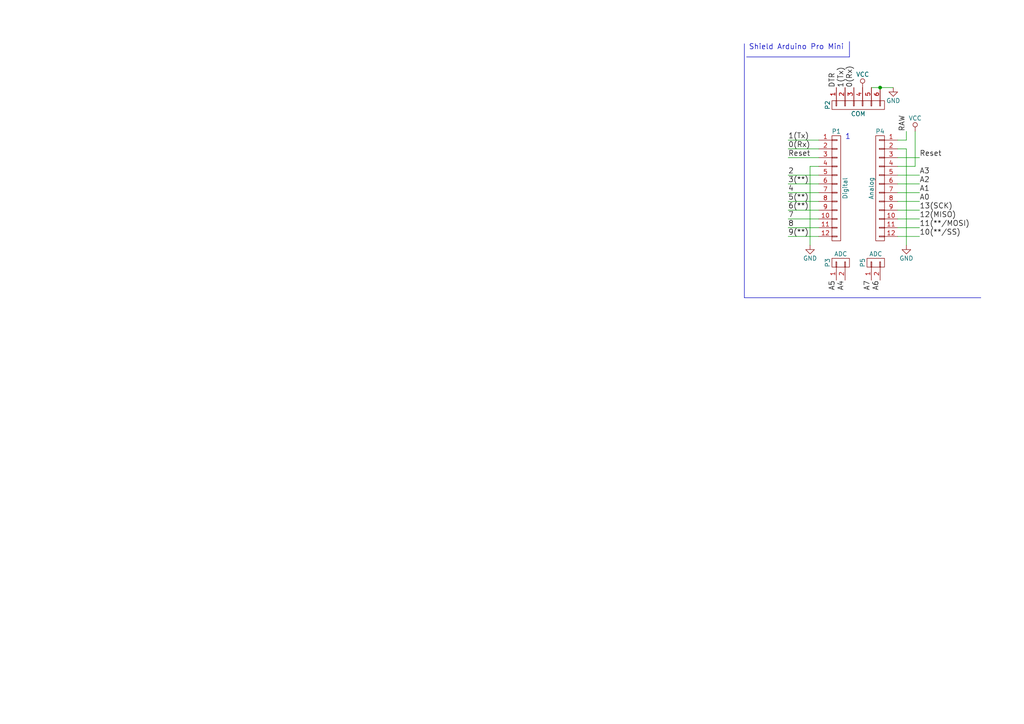
<source format=kicad_sch>
(kicad_sch (version 20230121) (generator eeschema)
  (paper "A4")
  (title_block (date "sam. 04 avril 2015"))
  (lib_symbols
    (symbol "Arduino_Pro_Mini-rescue:CONN_01X02" (pin_names (offset 1.016) hide)
      (property "Reference" "P" (at 0 3.81 0))
      (property "Value" "CONN_01X02" (at 2.54 0 90))
      (symbol "CONN_01X02_0_1"
        (rectangle (start -1.27 -1.143) (end 0.254 -1.397))
        (rectangle (start -1.27 1.397) (end 0.254 1.143))
        (rectangle (start -1.27 2.54) (end 1.27 -2.54))
      )
      (symbol "CONN_01X02_1_1"
        (pin passive line (at -5.08 1.27 0) (length 3.81) (name "P1") (number "1"))
        (pin passive line (at -5.08 -1.27 0) (length 3.81) (name "P2") (number "2"))
      )
    )
    (symbol "Arduino_Pro_Mini-rescue:CONN_01X06" (pin_names (offset 1.016) hide)
      (property "Reference" "P" (at 0 8.89 0))
      (property "Value" "CONN_01X06" (at 2.54 0 90))
      (symbol "CONN_01X06_0_1"
        (rectangle (start -1.27 -6.223) (end 0.254 -6.477))
        (rectangle (start -1.27 -3.683) (end 0.254 -3.937))
        (rectangle (start -1.27 -1.143) (end 0.254 -1.397))
        (rectangle (start -1.27 1.397) (end 0.254 1.143))
        (rectangle (start -1.27 3.937) (end 0.254 3.683))
        (rectangle (start -1.27 6.477) (end 0.254 6.223))
        (rectangle (start -1.27 7.62) (end 1.27 -7.62))
      )
      (symbol "CONN_01X06_1_1"
        (pin passive line (at -5.08 6.35 0) (length 3.81) (name "P1") (number "1"))
        (pin passive line (at -5.08 3.81 0) (length 3.81) (name "P2") (number "2"))
        (pin passive line (at -5.08 1.27 0) (length 3.81) (name "P3") (number "3"))
        (pin passive line (at -5.08 -1.27 0) (length 3.81) (name "P4") (number "4"))
        (pin passive line (at -5.08 -3.81 0) (length 3.81) (name "P5") (number "5"))
        (pin passive line (at -5.08 -6.35 0) (length 3.81) (name "P6") (number "6"))
      )
    )
    (symbol "Arduino_Pro_Mini-rescue:CONN_01X12" (pin_names (offset 1.016) hide)
      (property "Reference" "P" (at 0 16.51 0))
      (property "Value" "CONN_01X12" (at 2.54 0 90))
      (symbol "CONN_01X12_0_1"
        (rectangle (start -1.27 -15.24) (end 1.27 15.24))
        (rectangle (start -1.27 -13.843) (end 0.254 -14.097))
        (rectangle (start -1.27 -11.303) (end 0.254 -11.557))
        (rectangle (start -1.27 -8.763) (end 0.254 -9.017))
        (rectangle (start -1.27 -6.223) (end 0.254 -6.477))
        (rectangle (start -1.27 -3.683) (end 0.254 -3.937))
        (rectangle (start -1.27 -1.143) (end 0.254 -1.397))
        (rectangle (start -1.27 1.397) (end 0.254 1.143))
        (rectangle (start -1.27 3.937) (end 0.254 3.683))
        (rectangle (start -1.27 6.477) (end 0.254 6.223))
        (rectangle (start -1.27 9.017) (end 0.254 8.763))
        (rectangle (start -1.27 11.557) (end 0.254 11.303))
        (rectangle (start -1.27 14.097) (end 0.254 13.843))
      )
      (symbol "CONN_01X12_1_1"
        (pin passive line (at -5.08 13.97 0) (length 3.81) (name "P1") (number "1"))
        (pin passive line (at -5.08 -8.89 0) (length 3.81) (name "P10") (number "10"))
        (pin passive line (at -5.08 -11.43 0) (length 3.81) (name "P11") (number "11"))
        (pin passive line (at -5.08 -13.97 0) (length 3.81) (name "P12") (number "12"))
        (pin passive line (at -5.08 11.43 0) (length 3.81) (name "P2") (number "2"))
        (pin passive line (at -5.08 8.89 0) (length 3.81) (name "P3") (number "3"))
        (pin passive line (at -5.08 6.35 0) (length 3.81) (name "P4") (number "4"))
        (pin passive line (at -5.08 3.81 0) (length 3.81) (name "P5") (number "5"))
        (pin passive line (at -5.08 1.27 0) (length 3.81) (name "P6") (number "6"))
        (pin passive line (at -5.08 -1.27 0) (length 3.81) (name "P7") (number "7"))
        (pin passive line (at -5.08 -3.81 0) (length 3.81) (name "P8") (number "8"))
        (pin passive line (at -5.08 -6.35 0) (length 3.81) (name "P9") (number "9"))
      )
    )
    (symbol "Arduino_Pro_Mini-rescue:GND" (power) (pin_names (offset 0))
      (property "Value" "GND" (at 0 -3.81 0))
      (symbol "GND_0_1"
        (polyline (pts (xy 0 0) (xy 0 -1.27) (xy 1.27 -1.27) (xy 0 -2.54) (xy -1.27 -1.27) (xy 0 -1.27)))
      )
      (symbol "GND_1_1"
        (pin power_in line (at 0 0 270) (length 0) hide (name "GND") (number "1"))
      )
    )
    (symbol "Arduino_Pro_Mini-rescue:VCC" (power) (pin_names (offset 0))
      (property "Value" "VCC" (at 0 3.81 0))
      (symbol "VCC_0_1"
        (polyline (pts (xy 0 0) (xy 0 1.27)))
        (circle (center 0 1.905) (radius 0.635))
      )
      (symbol "VCC_1_1"
        (pin power_in line (at 0 0 90) (length 0) hide (name "VCC") (number "1"))
      )
    )
  )
  (junction (at 255.27 25.4))
  (wire (pts (xy 262.89 43.18) (xy 262.89 71.12)))
  (wire (pts (xy 262.89 40.64) (xy 260.35 40.64)))
  (wire (pts (xy 260.35 53.34) (xy 266.7 53.34)))
  (wire (pts (xy 266.7 60.96) (xy 260.35 60.96)))
  (wire (pts (xy 262.89 38.1) (xy 262.89 40.64)))
  (wire (pts (xy 266.7 50.8) (xy 260.35 50.8)))
  (wire (pts (xy 260.35 45.72) (xy 266.7 45.72)))
  (wire (pts (xy 260.35 48.26) (xy 265.43 48.26)))
  (wire (pts (xy 266.7 55.88) (xy 260.35 55.88)))
  (wire (pts (xy 252.73 25.4) (xy 255.27 25.4)))
  (wire (pts (xy 265.43 48.26) (xy 265.43 38.1)))
  (wire (pts (xy 237.49 45.72) (xy 228.6 45.72)))
  (wire (pts (xy 255.27 25.4) (xy 259.08 25.4)))
  (wire (pts (xy 260.35 68.58) (xy 266.7 68.58)))
  (wire (pts (xy 228.6 50.8) (xy 237.49 50.8)))
  (wire (pts (xy 228.6 58.42) (xy 237.49 58.42)))
  (wire (pts (xy 237.49 53.34) (xy 228.6 53.34)))
  (wire (pts (xy 237.49 68.58) (xy 228.6 68.58)))
  (polyline (pts (xy 215.9 86.36) (xy 215.9 12.7)))
  (polyline (pts (xy 216.535 16.51) (xy 246.38 16.51)))
  (wire (pts (xy 237.49 66.04) (xy 228.6 66.04)))
  (wire (pts (xy 237.49 48.26) (xy 234.95 48.26)))
  (wire (pts (xy 260.35 63.5) (xy 266.7 63.5)))
  (polyline (pts (xy 284.48 86.36) (xy 215.9 86.36)))
  (wire (pts (xy 237.49 60.96) (xy 228.6 60.96)))
  (wire (pts (xy 237.49 40.64) (xy 228.6 40.64)))
  (wire (pts (xy 228.6 63.5) (xy 237.49 63.5)))
  (wire (pts (xy 260.35 58.42) (xy 266.7 58.42)))
  (wire (pts (xy 237.49 55.88) (xy 228.6 55.88)))
  (polyline (pts (xy 246.38 16.51) (xy 246.38 12.065)))
  (wire (pts (xy 260.35 43.18) (xy 262.89 43.18)))
  (wire (pts (xy 234.95 48.26) (xy 234.95 71.12)))
  (wire (pts (xy 266.7 66.04) (xy 260.35 66.04)))
  (wire (pts (xy 228.6 43.18) (xy 237.49 43.18)))
  (text "1" (at 245.11 40.64 0) (effects (font (size 1.524 1.524)) (justify left bottom)))
  (text "Shield Arduino Pro Mini \n" (at 217.17 14.605 0) (effects (font (size 1.524 1.524)) (justify left bottom)))
  (label "Reset" (at 266.7 45.72 0) (effects (font (size 1.524 1.524))))
  (label "11(**/MOSI)" (at 266.7 66.04 0) (effects (font (size 1.524 1.524))))
  (label "A7" (at 252.73 81.28 270) (effects (font (size 1.524 1.524))))
  (label "2" (at 228.6 50.8 0) (effects (font (size 1.524 1.524))))
  (label "13(SCK)" (at 266.7 60.96 0) (effects (font (size 1.524 1.524))))
  (label "12(MISO)" (at 266.7 63.5 0) (effects (font (size 1.524 1.524))))
  (label "A4" (at 245.11 81.28 270) (effects (font (size 1.524 1.524))))
  (label "0(Rx)" (at 228.6 43.18 0) (effects (font (size 1.524 1.524))))
  (label "0(Rx)" (at 247.65 25.4 90) (effects (font (size 1.524 1.524))))
  (label "8" (at 228.6 66.04 0) (effects (font (size 1.524 1.524))))
  (label "RAW" (at 262.89 38.1 90) (effects (font (size 1.524 1.524))))
  (label "DTR" (at 242.57 25.4 90) (effects (font (size 1.524 1.524))))
  (label "5(**)" (at 228.6 58.42 0) (effects (font (size 1.524 1.524))))
  (label "A6" (at 255.27 81.28 270) (effects (font (size 1.524 1.524))))
  (label "3(**)" (at 228.6 53.34 0) (effects (font (size 1.524 1.524))))
  (label "Reset" (at 228.6 45.72 0) (effects (font (size 1.524 1.524))))
  (label "A5" (at 242.57 81.28 270) (effects (font (size 1.524 1.524))))
  (label "A1" (at 266.7 55.88 0) (effects (font (size 1.524 1.524))))
  (label "4" (at 228.6 55.88 0) (effects (font (size 1.524 1.524))))
  (label "A3" (at 266.7 50.8 0) (effects (font (size 1.524 1.524))))
  (label "9(**)" (at 228.6 68.58 0) (effects (font (size 1.524 1.524))))
  (label "A0" (at 266.7 58.42 0) (effects (font (size 1.524 1.524))))
  (label "1(Tx)" (at 228.6 40.64 0) (effects (font (size 1.524 1.524))))
  (label "10(**/SS)" (at 266.7 68.58 0) (effects (font (size 1.524 1.524))))
  (label "7" (at 228.6 63.5 0) (effects (font (size 1.524 1.524))))
  (label "1(Tx)" (at 245.11 25.4 90) (effects (font (size 1.524 1.524))))
  (label "6(**)" (at 228.6 60.96 0) (effects (font (size 1.524 1.524))))
  (label "A2" (at 266.7 53.34 0) (effects (font (size 1.524 1.524))))
  (symbol (lib_id "Arduino_Pro_Mini-rescue:CONN_01X02") (at 243.84 76.2 90) (unit 1)
    (property "Reference" "P3" (at 240.03 76.2 0))
    (property "Value" "ADC" (at 243.84 73.66 90))
    (property "Footprint" "Socket_Arduino_Pro_Mini:Socket_Strip_Arduino_1x02" (effects hide))
  )
  (symbol (lib_id "Arduino_Pro_Mini-rescue:CONN_01X02") (at 254 76.2 90) (unit 1)
    (property "Reference" "P5" (at 250.19 76.2 0))
    (property "Value" "ADC" (at 254 73.66 90))
    (property "Footprint" "Socket_Arduino_Pro_Mini:Socket_Strip_Arduino_1x02" (effects hide))
  )
  (symbol (lib_id "Arduino_Pro_Mini-rescue:CONN_01X06") (at 248.92 30.48 90) (mirror x) (unit 1)
    (property "Reference" "P2" (at 240.03 30.48 0))
    (property "Value" "COM" (at 248.92 33.02 90))
    (property "Footprint" "Socket_Arduino_Pro_Mini:Socket_Strip_Arduino_1x06" (effects hide))
  )
  (symbol (lib_id "Arduino_Pro_Mini-rescue:GND") (at 259.08 25.4 0) (unit 1)
    (property "Reference" "#PWR01" (effects hide))
    (property "Value" "GND" (at 259.08 29.21 0))
  )
  (symbol (lib_id "Arduino_Pro_Mini-rescue:VCC") (at 250.19 25.4 0) (unit 1)
    (property "Reference" "#PWR02" (effects hide))
    (property "Value" "VCC" (at 250.19 21.59 0))
  )
  (symbol (lib_id "Arduino_Pro_Mini-rescue:CONN_01X12") (at 242.57 54.61 0) (unit 1)
    (property "Reference" "P1" (at 242.57 38.1 0))
    (property "Value" "Digital" (at 245.11 54.61 90))
    (property "Footprint" "Socket_Arduino_Pro_Mini:Socket_Strip_Arduino_1x12" (effects hide))
  )
  (symbol (lib_id "Arduino_Pro_Mini-rescue:CONN_01X12") (at 255.27 54.61 0) (mirror y) (unit 1)
    (property "Reference" "P4" (at 255.27 38.1 0))
    (property "Value" "Analog" (at 252.73 54.61 90))
    (property "Footprint" "Socket_Arduino_Pro_Mini:Socket_Strip_Arduino_1x12" (effects hide))
  )
  (symbol (lib_id "Arduino_Pro_Mini-rescue:GND") (at 234.95 71.12 0) (unit 1)
    (property "Reference" "#PWR03" (effects hide))
    (property "Value" "GND" (at 234.95 74.93 0))
  )
  (symbol (lib_id "Arduino_Pro_Mini-rescue:GND") (at 262.89 71.12 0) (unit 1)
    (property "Reference" "#PWR04" (effects hide))
    (property "Value" "GND" (at 262.89 74.93 0))
  )
  (symbol (lib_id "Arduino_Pro_Mini-rescue:VCC") (at 265.43 38.1 0) (unit 1)
    (property "Reference" "#PWR05" (effects hide))
    (property "Value" "VCC" (at 265.43 34.29 0))
  )
)
</source>
